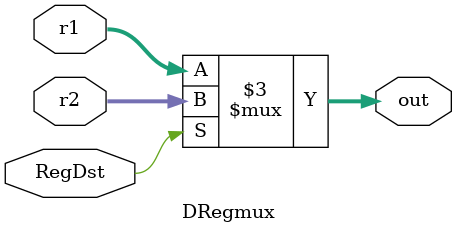
<source format=v>
module DRegmux(
    input [31:0] r1,
    input [31:0] r2,
    input RegDst,
    output reg [31:0] out
);
always @(r1, r2, RegDst)begin
  if (RegDst)begin
    out <= r2;
  end
  else 
    out <= r1;
end

endmodule 
</source>
